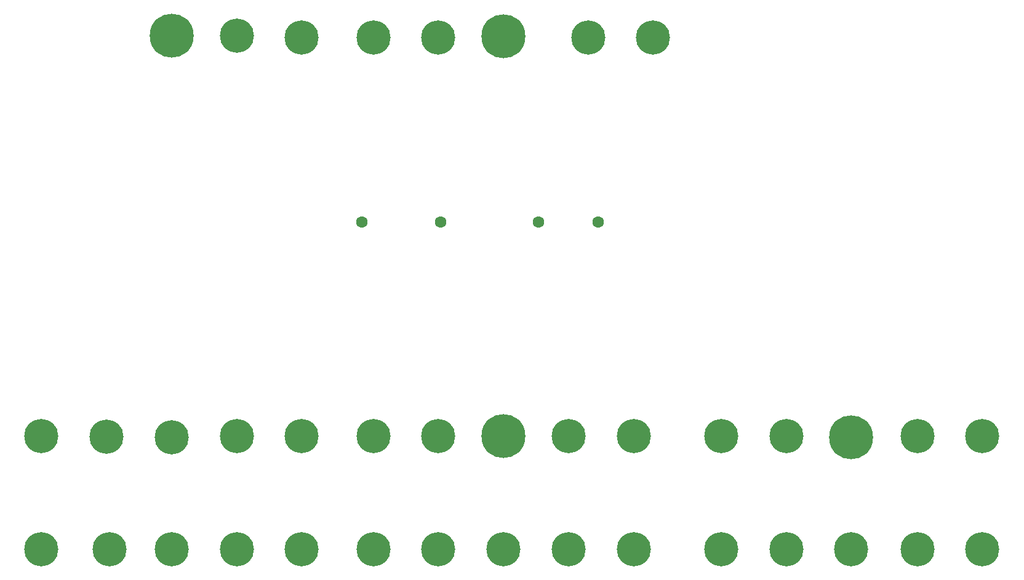
<source format=gbr>
G04 EAGLE Gerber RS-274X export*
G75*
%MOMM*%
%FSLAX34Y34*%
%LPD*%
%INSoldermask Bottom*%
%IPPOS*%
%AMOC8*
5,1,8,0,0,1.08239X$1,22.5*%
G01*
%ADD10C,4.703200*%
%ADD11C,6.045200*%
%ADD12C,1.603200*%


D10*
X35000Y236000D03*
X124000Y234500D03*
X214000Y234100D03*
X303540Y236000D03*
X393000Y236000D03*
X491500Y236000D03*
X581040Y236000D03*
X760037Y236000D03*
X850000Y236000D03*
X970270Y236000D03*
X1060000Y236000D03*
X1240000Y236000D03*
X1329500Y236000D03*
X304000Y786700D03*
X393000Y784500D03*
X491500Y784500D03*
X581040Y784500D03*
X787000Y784500D03*
X876600Y784500D03*
X35000Y80000D03*
X128500Y80000D03*
X214000Y80000D03*
X303540Y80000D03*
X393000Y80000D03*
X491500Y80000D03*
X581040Y80000D03*
X670600Y80000D03*
X760000Y80000D03*
X850000Y80000D03*
X970270Y80000D03*
X1060000Y80000D03*
X1149300Y80000D03*
X1240000Y80000D03*
X1329500Y80000D03*
D11*
X670600Y786000D03*
X214000Y786700D03*
X1149300Y234000D03*
X670600Y236000D03*
D12*
X584000Y530000D03*
X476000Y530000D03*
X718700Y530000D03*
X801300Y530000D03*
M02*

</source>
